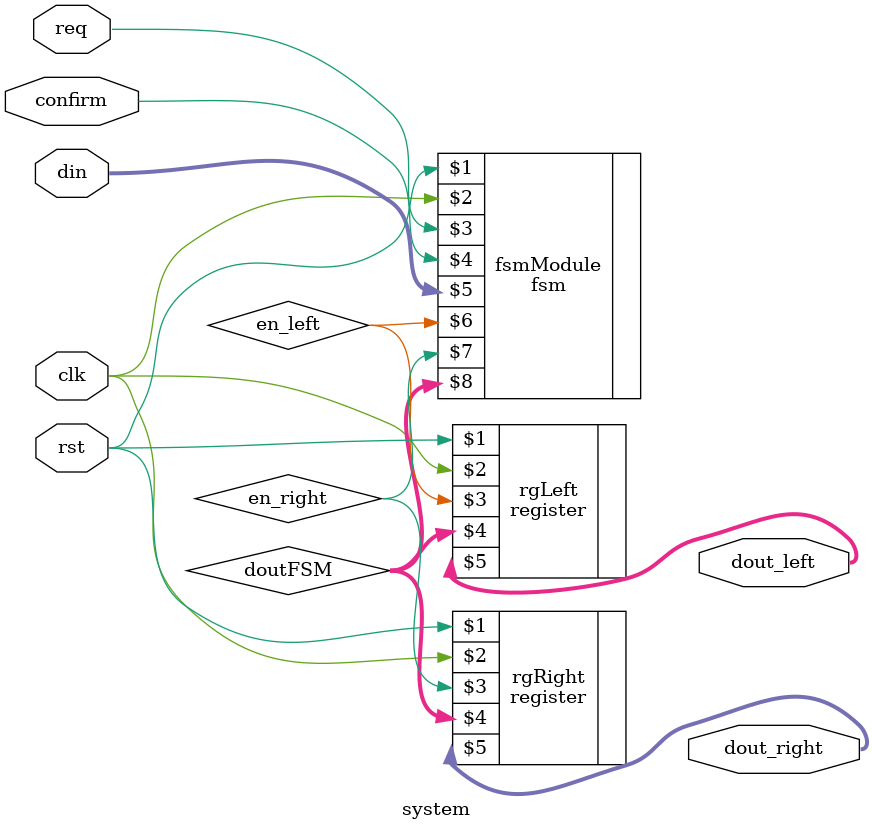
<source format=v>
/*--  *******************************************************
--  Computer Architecture Course, Laboratory Sources 
--  Amirkabir University of Technology (Tehran Polytechnic)
--  Department of Computer Engineering (CE-AUT)
--  https://ce[dot]aut[dot]ac[dot]ir
--  *******************************************************
--  All Rights reserved (C) 2019-2020
--  *******************************************************
--  Student ID  : 9829039	
--  Student Name: Pouya Mohammadi
--  Student Mail: pouyamohammadyirbu@gmail.com
--  *******************************************************
--  Additional Comments:
--
--	Teamate information:
--	Mehran Aksari
--	9831007
--*/

/*-----------------------------------------------------------
---  Module Name: Sequential System
---  Description: Lab 10 Part 3
-----------------------------------------------------------*/
`timescale 1 ns/1 ns

module system (
	input  rst,				 // Reset
	input  clk,				 // Clock
	input  req,	             // Request	
	input  confirm,			 // Confirm
	input  [3:0] din ,		 // Data input
	output [3:0] dout_left , // Even data output
	output [3:0] dout_right	 // Odd data output
);

	// Wires
	wire en_right;
	wire en_left;
	wire [3:0] doutFSM;
	wire [2:0] state;

	// Modules
	fsm fsmModule(rst, clk, req, confirm, din, en_left, en_right, doutFSM);	// FSM module
	register rgLeft(rst, clk, en_left, doutFSM, dout_left);				// Even data container
	register rgRight(rst, clk, en_right, doutFSM, dout_right);			// Odd data container

endmodule

</source>
